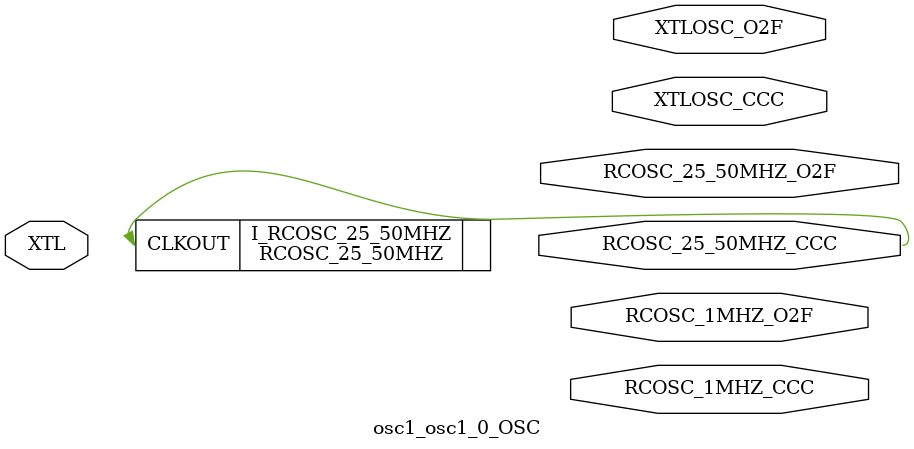
<source format=v>

`timescale 1 ns/100 ps


module osc1_osc1_0_OSC(
       XTL,
       RCOSC_25_50MHZ_CCC,
       RCOSC_25_50MHZ_O2F,
       RCOSC_1MHZ_CCC,
       RCOSC_1MHZ_O2F,
       XTLOSC_CCC,
       XTLOSC_O2F
    );
input  XTL;
output RCOSC_25_50MHZ_CCC;
output RCOSC_25_50MHZ_O2F;
output RCOSC_1MHZ_CCC;
output RCOSC_1MHZ_O2F;
output XTLOSC_CCC;
output XTLOSC_O2F;

    
    RCOSC_25_50MHZ #( .FREQUENCY(50.0) )  I_RCOSC_25_50MHZ (.CLKOUT(
        RCOSC_25_50MHZ_CCC));
    
endmodule

</source>
